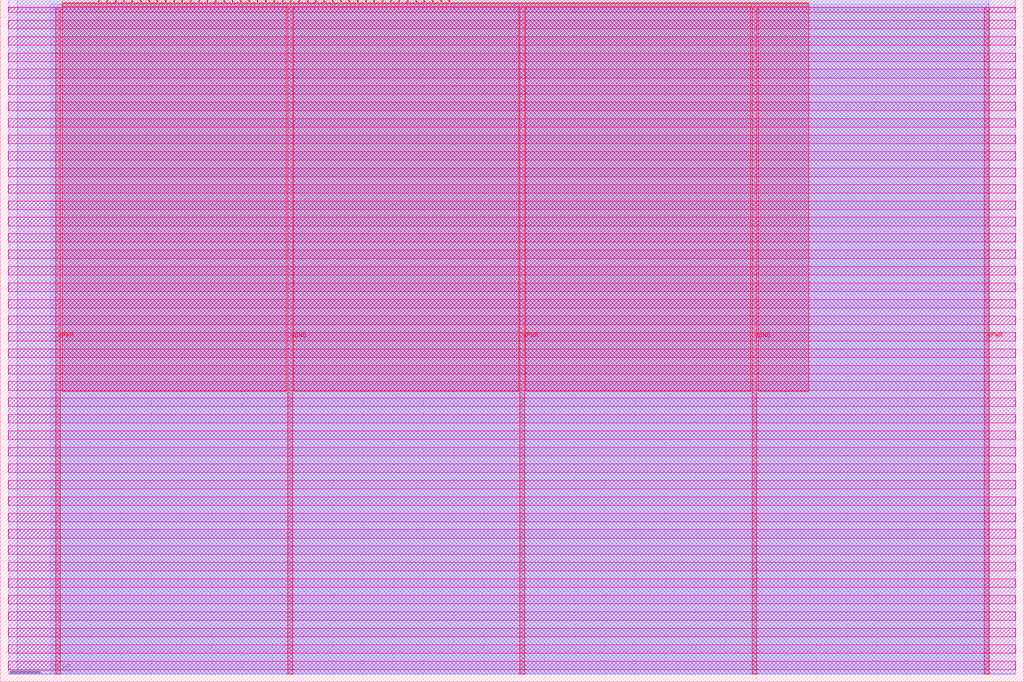
<source format=lef>
VERSION 5.7 ;
  NOWIREEXTENSIONATPIN ON ;
  DIVIDERCHAR "/" ;
  BUSBITCHARS "[]" ;
MACRO tt_um_chatgpt_snn_mtomlin5
  CLASS BLOCK ;
  FOREIGN tt_um_chatgpt_snn_mtomlin5 ;
  ORIGIN 0.000 0.000 ;
  SIZE 338.560 BY 225.760 ;
  PIN VGND
    DIRECTION INOUT ;
    USE GROUND ;
    PORT
      LAYER met4 ;
        RECT 95.080 2.480 96.680 223.280 ;
    END
    PORT
      LAYER met4 ;
        RECT 248.680 2.480 250.280 223.280 ;
    END
  END VGND
  PIN VPWR
    DIRECTION INOUT ;
    USE POWER ;
    PORT
      LAYER met4 ;
        RECT 18.280 2.480 19.880 223.280 ;
    END
    PORT
      LAYER met4 ;
        RECT 171.880 2.480 173.480 223.280 ;
    END
    PORT
      LAYER met4 ;
        RECT 325.480 2.480 327.080 223.280 ;
    END
  END VPWR
  PIN clk
    DIRECTION INPUT ;
    USE SIGNAL ;
    ANTENNAGATEAREA 0.852000 ;
    PORT
      LAYER met4 ;
        RECT 145.670 224.760 145.970 225.760 ;
    END
  END clk
  PIN ena
    DIRECTION INPUT ;
    USE SIGNAL ;
    PORT
      LAYER met4 ;
        RECT 148.430 224.760 148.730 225.760 ;
    END
  END ena
  PIN rst_n
    DIRECTION INPUT ;
    USE SIGNAL ;
    ANTENNAGATEAREA 0.196500 ;
    PORT
      LAYER met4 ;
        RECT 142.910 224.760 143.210 225.760 ;
    END
  END rst_n
  PIN ui_in[0]
    DIRECTION INPUT ;
    USE SIGNAL ;
    ANTENNAGATEAREA 0.196500 ;
    PORT
      LAYER met4 ;
        RECT 140.150 224.760 140.450 225.760 ;
    END
  END ui_in[0]
  PIN ui_in[1]
    DIRECTION INPUT ;
    USE SIGNAL ;
    ANTENNAGATEAREA 0.159000 ;
    PORT
      LAYER met4 ;
        RECT 137.390 224.760 137.690 225.760 ;
    END
  END ui_in[1]
  PIN ui_in[2]
    DIRECTION INPUT ;
    USE SIGNAL ;
    ANTENNAGATEAREA 0.196500 ;
    PORT
      LAYER met4 ;
        RECT 134.630 224.760 134.930 225.760 ;
    END
  END ui_in[2]
  PIN ui_in[3]
    DIRECTION INPUT ;
    USE SIGNAL ;
    ANTENNAGATEAREA 0.196500 ;
    PORT
      LAYER met4 ;
        RECT 131.870 224.760 132.170 225.760 ;
    END
  END ui_in[3]
  PIN ui_in[4]
    DIRECTION INPUT ;
    USE SIGNAL ;
    ANTENNAGATEAREA 0.126000 ;
    PORT
      LAYER met4 ;
        RECT 129.110 224.760 129.410 225.760 ;
    END
  END ui_in[4]
  PIN ui_in[5]
    DIRECTION INPUT ;
    USE SIGNAL ;
    ANTENNAGATEAREA 0.213000 ;
    PORT
      LAYER met4 ;
        RECT 126.350 224.760 126.650 225.760 ;
    END
  END ui_in[5]
  PIN ui_in[6]
    DIRECTION INPUT ;
    USE SIGNAL ;
    PORT
      LAYER met4 ;
        RECT 123.590 224.760 123.890 225.760 ;
    END
  END ui_in[6]
  PIN ui_in[7]
    DIRECTION INPUT ;
    USE SIGNAL ;
    PORT
      LAYER met4 ;
        RECT 120.830 224.760 121.130 225.760 ;
    END
  END ui_in[7]
  PIN uio_in[0]
    DIRECTION INPUT ;
    USE SIGNAL ;
    PORT
      LAYER met4 ;
        RECT 118.070 224.760 118.370 225.760 ;
    END
  END uio_in[0]
  PIN uio_in[1]
    DIRECTION INPUT ;
    USE SIGNAL ;
    PORT
      LAYER met4 ;
        RECT 115.310 224.760 115.610 225.760 ;
    END
  END uio_in[1]
  PIN uio_in[2]
    DIRECTION INPUT ;
    USE SIGNAL ;
    PORT
      LAYER met4 ;
        RECT 112.550 224.760 112.850 225.760 ;
    END
  END uio_in[2]
  PIN uio_in[3]
    DIRECTION INPUT ;
    USE SIGNAL ;
    PORT
      LAYER met4 ;
        RECT 109.790 224.760 110.090 225.760 ;
    END
  END uio_in[3]
  PIN uio_in[4]
    DIRECTION INPUT ;
    USE SIGNAL ;
    PORT
      LAYER met4 ;
        RECT 107.030 224.760 107.330 225.760 ;
    END
  END uio_in[4]
  PIN uio_in[5]
    DIRECTION INPUT ;
    USE SIGNAL ;
    PORT
      LAYER met4 ;
        RECT 104.270 224.760 104.570 225.760 ;
    END
  END uio_in[5]
  PIN uio_in[6]
    DIRECTION INPUT ;
    USE SIGNAL ;
    PORT
      LAYER met4 ;
        RECT 101.510 224.760 101.810 225.760 ;
    END
  END uio_in[6]
  PIN uio_in[7]
    DIRECTION INPUT ;
    USE SIGNAL ;
    PORT
      LAYER met4 ;
        RECT 98.750 224.760 99.050 225.760 ;
    END
  END uio_in[7]
  PIN uio_oe[0]
    DIRECTION OUTPUT TRISTATE ;
    USE SIGNAL ;
    PORT
      LAYER met4 ;
        RECT 51.830 224.760 52.130 225.760 ;
    END
  END uio_oe[0]
  PIN uio_oe[1]
    DIRECTION OUTPUT TRISTATE ;
    USE SIGNAL ;
    PORT
      LAYER met4 ;
        RECT 49.070 224.760 49.370 225.760 ;
    END
  END uio_oe[1]
  PIN uio_oe[2]
    DIRECTION OUTPUT TRISTATE ;
    USE SIGNAL ;
    PORT
      LAYER met4 ;
        RECT 46.310 224.760 46.610 225.760 ;
    END
  END uio_oe[2]
  PIN uio_oe[3]
    DIRECTION OUTPUT TRISTATE ;
    USE SIGNAL ;
    PORT
      LAYER met4 ;
        RECT 43.550 224.760 43.850 225.760 ;
    END
  END uio_oe[3]
  PIN uio_oe[4]
    DIRECTION OUTPUT TRISTATE ;
    USE SIGNAL ;
    PORT
      LAYER met4 ;
        RECT 40.790 224.760 41.090 225.760 ;
    END
  END uio_oe[4]
  PIN uio_oe[5]
    DIRECTION OUTPUT TRISTATE ;
    USE SIGNAL ;
    PORT
      LAYER met4 ;
        RECT 38.030 224.760 38.330 225.760 ;
    END
  END uio_oe[5]
  PIN uio_oe[6]
    DIRECTION OUTPUT TRISTATE ;
    USE SIGNAL ;
    PORT
      LAYER met4 ;
        RECT 35.270 224.760 35.570 225.760 ;
    END
  END uio_oe[6]
  PIN uio_oe[7]
    DIRECTION OUTPUT TRISTATE ;
    USE SIGNAL ;
    PORT
      LAYER met4 ;
        RECT 32.510 224.760 32.810 225.760 ;
    END
  END uio_oe[7]
  PIN uio_out[0]
    DIRECTION OUTPUT TRISTATE ;
    USE SIGNAL ;
    PORT
      LAYER met4 ;
        RECT 73.910 224.760 74.210 225.760 ;
    END
  END uio_out[0]
  PIN uio_out[1]
    DIRECTION OUTPUT TRISTATE ;
    USE SIGNAL ;
    PORT
      LAYER met4 ;
        RECT 71.150 224.760 71.450 225.760 ;
    END
  END uio_out[1]
  PIN uio_out[2]
    DIRECTION OUTPUT TRISTATE ;
    USE SIGNAL ;
    PORT
      LAYER met4 ;
        RECT 68.390 224.760 68.690 225.760 ;
    END
  END uio_out[2]
  PIN uio_out[3]
    DIRECTION OUTPUT TRISTATE ;
    USE SIGNAL ;
    PORT
      LAYER met4 ;
        RECT 65.630 224.760 65.930 225.760 ;
    END
  END uio_out[3]
  PIN uio_out[4]
    DIRECTION OUTPUT TRISTATE ;
    USE SIGNAL ;
    PORT
      LAYER met4 ;
        RECT 62.870 224.760 63.170 225.760 ;
    END
  END uio_out[4]
  PIN uio_out[5]
    DIRECTION OUTPUT TRISTATE ;
    USE SIGNAL ;
    PORT
      LAYER met4 ;
        RECT 60.110 224.760 60.410 225.760 ;
    END
  END uio_out[5]
  PIN uio_out[6]
    DIRECTION OUTPUT TRISTATE ;
    USE SIGNAL ;
    PORT
      LAYER met4 ;
        RECT 57.350 224.760 57.650 225.760 ;
    END
  END uio_out[6]
  PIN uio_out[7]
    DIRECTION OUTPUT TRISTATE ;
    USE SIGNAL ;
    PORT
      LAYER met4 ;
        RECT 54.590 224.760 54.890 225.760 ;
    END
  END uio_out[7]
  PIN uo_out[0]
    DIRECTION OUTPUT TRISTATE ;
    USE SIGNAL ;
    ANTENNADIFFAREA 0.795200 ;
    PORT
      LAYER met4 ;
        RECT 95.990 224.760 96.290 225.760 ;
    END
  END uo_out[0]
  PIN uo_out[1]
    DIRECTION OUTPUT TRISTATE ;
    USE SIGNAL ;
    ANTENNADIFFAREA 0.795200 ;
    PORT
      LAYER met4 ;
        RECT 93.230 224.760 93.530 225.760 ;
    END
  END uo_out[1]
  PIN uo_out[2]
    DIRECTION OUTPUT TRISTATE ;
    USE SIGNAL ;
    ANTENNADIFFAREA 0.795200 ;
    PORT
      LAYER met4 ;
        RECT 90.470 224.760 90.770 225.760 ;
    END
  END uo_out[2]
  PIN uo_out[3]
    DIRECTION OUTPUT TRISTATE ;
    USE SIGNAL ;
    ANTENNADIFFAREA 0.795200 ;
    PORT
      LAYER met4 ;
        RECT 87.710 224.760 88.010 225.760 ;
    END
  END uo_out[3]
  PIN uo_out[4]
    DIRECTION OUTPUT TRISTATE ;
    USE SIGNAL ;
    PORT
      LAYER met4 ;
        RECT 84.950 224.760 85.250 225.760 ;
    END
  END uo_out[4]
  PIN uo_out[5]
    DIRECTION OUTPUT TRISTATE ;
    USE SIGNAL ;
    PORT
      LAYER met4 ;
        RECT 82.190 224.760 82.490 225.760 ;
    END
  END uo_out[5]
  PIN uo_out[6]
    DIRECTION OUTPUT TRISTATE ;
    USE SIGNAL ;
    PORT
      LAYER met4 ;
        RECT 79.430 224.760 79.730 225.760 ;
    END
  END uo_out[6]
  PIN uo_out[7]
    DIRECTION OUTPUT TRISTATE ;
    USE SIGNAL ;
    PORT
      LAYER met4 ;
        RECT 76.670 224.760 76.970 225.760 ;
    END
  END uo_out[7]
  OBS
      LAYER nwell ;
        RECT 2.570 221.625 335.990 223.230 ;
        RECT 2.570 216.185 335.990 219.015 ;
        RECT 2.570 210.745 335.990 213.575 ;
        RECT 2.570 205.305 335.990 208.135 ;
        RECT 2.570 199.865 335.990 202.695 ;
        RECT 2.570 194.425 335.990 197.255 ;
        RECT 2.570 188.985 335.990 191.815 ;
        RECT 2.570 183.545 335.990 186.375 ;
        RECT 2.570 178.105 335.990 180.935 ;
        RECT 2.570 172.665 335.990 175.495 ;
        RECT 2.570 167.225 335.990 170.055 ;
        RECT 2.570 161.785 335.990 164.615 ;
        RECT 2.570 156.345 335.990 159.175 ;
        RECT 2.570 150.905 335.990 153.735 ;
        RECT 2.570 145.465 335.990 148.295 ;
        RECT 2.570 140.025 335.990 142.855 ;
        RECT 2.570 134.585 335.990 137.415 ;
        RECT 2.570 129.145 335.990 131.975 ;
        RECT 2.570 123.705 335.990 126.535 ;
        RECT 2.570 118.265 335.990 121.095 ;
        RECT 2.570 112.825 335.990 115.655 ;
        RECT 2.570 107.385 335.990 110.215 ;
        RECT 2.570 101.945 335.990 104.775 ;
        RECT 2.570 96.505 335.990 99.335 ;
        RECT 2.570 91.065 335.990 93.895 ;
        RECT 2.570 85.625 335.990 88.455 ;
        RECT 2.570 80.185 335.990 83.015 ;
        RECT 2.570 74.745 335.990 77.575 ;
        RECT 2.570 69.305 335.990 72.135 ;
        RECT 2.570 63.865 335.990 66.695 ;
        RECT 2.570 58.425 335.990 61.255 ;
        RECT 2.570 52.985 335.990 55.815 ;
        RECT 2.570 47.545 335.990 50.375 ;
        RECT 2.570 42.105 335.990 44.935 ;
        RECT 2.570 36.665 335.990 39.495 ;
        RECT 2.570 31.225 335.990 34.055 ;
        RECT 2.570 25.785 335.990 28.615 ;
        RECT 2.570 20.345 335.990 23.175 ;
        RECT 2.570 14.905 335.990 17.735 ;
        RECT 2.570 9.465 335.990 12.295 ;
        RECT 2.570 4.025 335.990 6.855 ;
      LAYER li1 ;
        RECT 2.760 2.635 335.800 223.125 ;
      LAYER met1 ;
        RECT 2.760 2.480 335.800 225.720 ;
      LAYER met2 ;
        RECT 5.620 2.535 327.050 225.750 ;
      LAYER met3 ;
        RECT 16.625 2.555 327.070 224.225 ;
      LAYER met4 ;
        RECT 20.535 224.360 32.110 224.760 ;
        RECT 33.210 224.360 34.870 224.760 ;
        RECT 35.970 224.360 37.630 224.760 ;
        RECT 38.730 224.360 40.390 224.760 ;
        RECT 41.490 224.360 43.150 224.760 ;
        RECT 44.250 224.360 45.910 224.760 ;
        RECT 47.010 224.360 48.670 224.760 ;
        RECT 49.770 224.360 51.430 224.760 ;
        RECT 52.530 224.360 54.190 224.760 ;
        RECT 55.290 224.360 56.950 224.760 ;
        RECT 58.050 224.360 59.710 224.760 ;
        RECT 60.810 224.360 62.470 224.760 ;
        RECT 63.570 224.360 65.230 224.760 ;
        RECT 66.330 224.360 67.990 224.760 ;
        RECT 69.090 224.360 70.750 224.760 ;
        RECT 71.850 224.360 73.510 224.760 ;
        RECT 74.610 224.360 76.270 224.760 ;
        RECT 77.370 224.360 79.030 224.760 ;
        RECT 80.130 224.360 81.790 224.760 ;
        RECT 82.890 224.360 84.550 224.760 ;
        RECT 85.650 224.360 87.310 224.760 ;
        RECT 88.410 224.360 90.070 224.760 ;
        RECT 91.170 224.360 92.830 224.760 ;
        RECT 93.930 224.360 95.590 224.760 ;
        RECT 96.690 224.360 98.350 224.760 ;
        RECT 99.450 224.360 101.110 224.760 ;
        RECT 102.210 224.360 103.870 224.760 ;
        RECT 104.970 224.360 106.630 224.760 ;
        RECT 107.730 224.360 109.390 224.760 ;
        RECT 110.490 224.360 112.150 224.760 ;
        RECT 113.250 224.360 114.910 224.760 ;
        RECT 116.010 224.360 117.670 224.760 ;
        RECT 118.770 224.360 120.430 224.760 ;
        RECT 121.530 224.360 123.190 224.760 ;
        RECT 124.290 224.360 125.950 224.760 ;
        RECT 127.050 224.360 128.710 224.760 ;
        RECT 129.810 224.360 131.470 224.760 ;
        RECT 132.570 224.360 134.230 224.760 ;
        RECT 135.330 224.360 136.990 224.760 ;
        RECT 138.090 224.360 139.750 224.760 ;
        RECT 140.850 224.360 142.510 224.760 ;
        RECT 143.610 224.360 145.270 224.760 ;
        RECT 146.370 224.360 148.030 224.760 ;
        RECT 149.130 224.360 267.425 224.760 ;
        RECT 20.535 223.680 267.425 224.360 ;
        RECT 20.535 96.055 94.680 223.680 ;
        RECT 97.080 96.055 171.480 223.680 ;
        RECT 173.880 96.055 248.280 223.680 ;
        RECT 250.680 96.055 267.425 223.680 ;
  END
END tt_um_chatgpt_snn_mtomlin5
END LIBRARY


</source>
